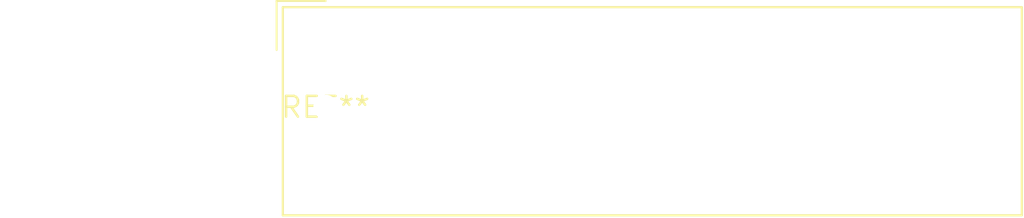
<source format=kicad_pcb>
(kicad_pcb (version 20240108) (generator pcbnew)
  (layers (0 "F.Cu" signal) (31 "B.Cu" signal) (34 "B.Paste" user) (35 "F.Paste" user) (36 "B.SilkS" user "B.Silkscreen") (37 "F.SilkS" user "F.Silkscreen") (38 "B.Mask" user) (39 "F.Mask" user) (44 "Edge.Cuts" user))
  (net 0 "")
  (footprint "Altech_AK300_1x09_P5.00mm_45-Degree" (layer "F.Cu") (at 0 0)
    (property "Reference" "REF**")
    (property "Value" "Altech_AK300_1x09_P5.00mm_45-Degree")
    (fp_line (start -3 -6.5) (end 0 -6.5) (layer "F.SilkS") (stroke (width 0.12)))
    (fp_line (start -3 -3.5) (end -3 -6.5) (layer "F.SilkS") (stroke (width 0.12)))
    (fp_line (start -2.62 -6.12) (end -2.62 6.62) (layer "F.SilkS") (stroke (width 0.12)))
    (fp_line (start -2.62 -6.12) (end -2.62 6.62) (layer "F.SilkS") (stroke (width 0.12)))
    (fp_line (start -2.62 -6.12) (end 42.62 -6.12) (layer "F.SilkS") (stroke (width 0.12)))
    (fp_line (start -2.62 -6.12) (end 42.62 -6.12) (layer "F.SilkS") (stroke (width 0.12)))
    (fp_line (start -2.62 6.62) (end 42.62 6.62) (layer "F.SilkS") (stroke (width 0.12)))
    (fp_line (start -2.62 6.62) (end 42.62 6.62) (layer "F.SilkS") (stroke (width 0.12)))
    (fp_line (start 42.62 -6.12) (end 42.62 6.62) (layer "F.SilkS") (stroke (width 0.12)))
    (fp_line (start 42.62 -6.12) (end 42.62 6.62) (layer "F.SilkS") (stroke (width 0.12)))
    (pad "1" thru_hole rect (at 0 0) (size 3 3) (drill 1.5) (layers *.Cu *.Mask) (remove_unused_layers))
    (pad "2" thru_hole circle (at 5 0) (size 3 3) (drill 1.5) (layers *.Cu *.Mask) (remove_unused_layers))
    (pad "3" thru_hole circle (at 10 0) (size 3 3) (drill 1.5) (layers *.Cu *.Mask) (remove_unused_layers))
    (pad "4" thru_hole circle (at 15 0) (size 3 3) (drill 1.5) (layers *.Cu *.Mask) (remove_unused_layers))
    (pad "5" thru_hole circle (at 20 0) (size 3 3) (drill 1.5) (layers *.Cu *.Mask) (remove_unused_layers))
    (pad "6" thru_hole circle (at 25 0) (size 3 3) (drill 1.5) (layers *.Cu *.Mask) (remove_unused_layers))
    (pad "7" thru_hole circle (at 30 0) (size 3 3) (drill 1.5) (layers *.Cu *.Mask) (remove_unused_layers))
    (pad "8" thru_hole circle (at 35 0) (size 3 3) (drill 1.5) (layers *.Cu *.Mask) (remove_unused_layers))
    (pad "9" thru_hole circle (at 40 0) (size 3 3) (drill 1.5) (layers *.Cu *.Mask) (remove_unused_layers))
  )
)
</source>
